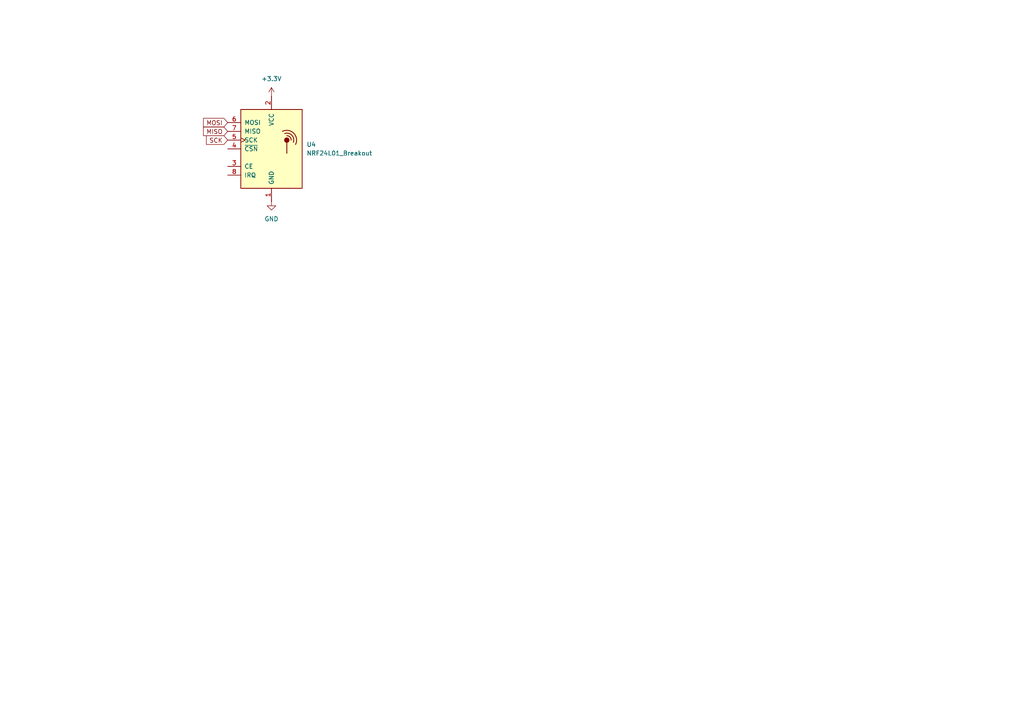
<source format=kicad_sch>
(kicad_sch (version 20250114) (generator "eeschema") (generator_version "9.0")
  (paper "A4")
  (lib_symbols
    (symbol "RF:NRF24L01_Breakout" (pin_names (offset 1.016))
      (property "Reference" "U" (at -8.89 12.7 0))
      (property "Value" "NRF24L01_Breakout" (at 3.81 12.7 0))
      (symbol "NRF24L01_Breakout_0_1"
        (rectangle (start -8.89 11.43) (end 8.89 -11.43) (stroke (width 0.254)) (fill (type background)))
        (arc (start 3.175 5.08) (mid 6.453 4.548) (end 6.985 1.27) (stroke (width 0.254)))
        (circle (center 4.445 2.54) (radius 0.635) (stroke (width 0.254)) (fill (type outline)))
        (polyline (pts (xy 4.445 1.905) (xy 4.445 -1.27)) (stroke (width 0.254)))
        (arc (start 3.81 4.445) (mid 5.8835 3.9785) (end 6.35 1.905) (stroke (width 0.254)))
        (arc (start 4.445 3.81) (mid 5.3558 3.4508) (end 5.715 2.54) (stroke (width 0.254)))
      )
      (symbol "NRF24L01_Breakout_1_1"
        (pin input line (at -12.7 7.62 0) (length 3.81) (name "MOSI") (number "6"))
        (pin output line (at -12.7 5.08 0) (length 3.81) (name "MISO") (number "7"))
        (pin input clock (at -12.7 2.54 0) (length 3.81) (name "SCK") (number "5"))
        (pin input line (at -12.7 0 0) (length 3.81) (name "~{CSN}") (number "4"))
        (pin input line (at -12.7 -5.08 0) (length 3.81) (name "CE") (number "3"))
        (pin output line (at -12.7 -7.62 0) (length 3.81) (name "IRQ") (number "8"))
        (pin power_in line (at 0 15.24 270) (length 3.81) (name "VCC") (number "2"))
        (pin power_in line (at 0 -15.24 90) (length 3.81) (name "GND") (number "1"))
      )
    )
    (symbol "power:+3.3V" (power) (pin_numbers (hide yes)) (pin_names (offset 0) (hide yes))
      (property "Value" "+3.3V" (at 0 3.556 0))
      (symbol "+3.3V_0_1"
        (polyline (pts (xy -0.762 1.27) (xy 0 2.54)))
        (polyline (pts (xy 0 2.54) (xy 0.762 1.27)))
        (polyline (pts (xy 0 0) (xy 0 2.54)))
      )
      (symbol "+3.3V_1_1"
        (pin power_in line (at 0 0 90) (length 0) (name "~") (number "1"))
      )
    )
    (symbol "power:GND" (power) (pin_numbers (hide yes)) (pin_names (offset 0) (hide yes))
      (property "Value" "GND" (at 0 -3.81 0))
      (symbol "GND_0_1"
        (polyline (pts (xy 0 0) (xy 0 -1.27) (xy 1.27 -1.27) (xy 0 -2.54) (xy -1.27 -1.27) (xy 0 -1.27)))
      )
      (symbol "GND_1_1"
        (pin power_in line (at 0 0 270) (length 0) (name "~") (number "1"))
      )
    )
  )
  (global_label "MOSI" (shape input) (at 66.04 35.56 180) (property "Intersheetrefs" "${INTERSHEET_REFS}" (effects (hide yes))))
  (global_label "MISO" (shape input) (at 66.04 38.1 180) (property "Intersheetrefs" "${INTERSHEET_REFS}" (effects (hide yes))))
  (global_label "SCK" (shape input) (at 66.04 40.64 180) (property "Intersheetrefs" "${INTERSHEET_REFS}" (effects (hide yes))))
  (symbol (lib_id "RF:NRF24L01_Breakout") (at 78.74 43.18 0) (unit 1)
    (property "Reference" "U4" (at 88.9 41.9099 0) (effects (justify left)))
    (property "Value" "NRF24L01_Breakout" (at 88.9 44.4499 0) (effects (justify left)))
    (property "Footprint" "RF_Module:nRF24L01_Breakout" (effects (hide yes)))
    (property "Datasheet" "http://www.nordicsemi.com/eng/content/download/2730/34105/file/nRF24L01_Product_Specification_v2_0.pdf" (effects (hide yes)))
    (property "Description" "Ultra low power 2.4GHz RF Transceiver, Carrier PCB" (effects (hide yes)))
  )
  (symbol (lib_id "power:+3.3V") (at 78.74 27.94 0) (unit 1)
    (property "Reference" "#PWR022" (effects (hide yes)))
    (property "Value" "+3.3V" (at 78.74 22.86 0))
    (property "Description" "Power symbol creates a global label with name \"+3.3V\"" (effects (hide yes)))
  )
  (symbol (lib_id "power:GND") (at 78.74 58.42 0) (unit 1)
    (property "Reference" "#PWR021" (effects (hide yes)))
    (property "Value" "GND" (at 78.74 63.5 0))
    (property "Description" "Power symbol creates a global label with name \"GND\" , ground" (effects (hide yes)))
  )
)
</source>
